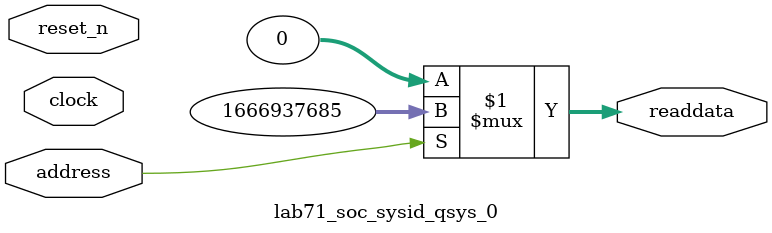
<source format=v>



// synthesis translate_off
`timescale 1ns / 1ps
// synthesis translate_on

// turn off superfluous verilog processor warnings 
// altera message_level Level1 
// altera message_off 10034 10035 10036 10037 10230 10240 10030 

module lab71_soc_sysid_qsys_0 (
               // inputs:
                address,
                clock,
                reset_n,

               // outputs:
                readdata
             )
;

  output  [ 31: 0] readdata;
  input            address;
  input            clock;
  input            reset_n;

  wire    [ 31: 0] readdata;
  //control_slave, which is an e_avalon_slave
  assign readdata = address ? 1666937685 : 0;

endmodule



</source>
